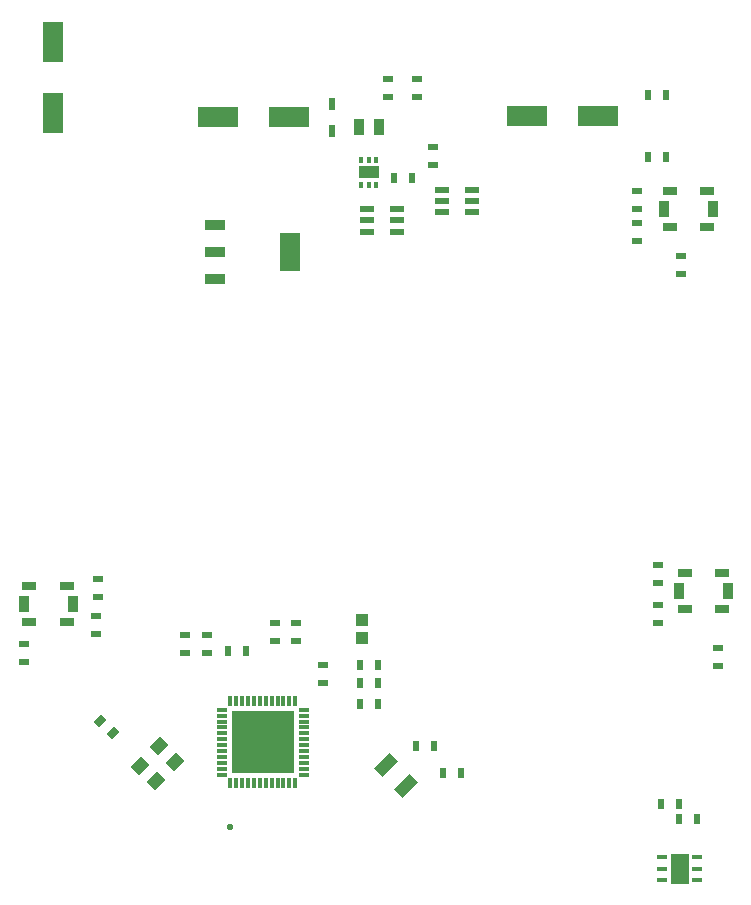
<source format=gtp>
G04*
G04 #@! TF.GenerationSoftware,Altium Limited,Altium Designer,19.1.7 (138)*
G04*
G04 Layer_Color=8421504*
%FSLAX25Y25*%
%MOIN*%
G70*
G01*
G75*
%ADD18R,0.07087X0.13386*%
%ADD19R,0.04528X0.02953*%
%ADD20R,0.03740X0.05512*%
%ADD21R,0.03600X0.02400*%
%ADD22R,0.03937X0.03937*%
%ADD23R,0.03543X0.05709*%
%ADD24R,0.02400X0.03600*%
G04:AMPARAMS|DCode=25|XSize=70.87mil|YSize=39.37mil|CornerRadius=0mil|HoleSize=0mil|Usage=FLASHONLY|Rotation=225.000|XOffset=0mil|YOffset=0mil|HoleType=Round|Shape=Rectangle|*
%AMROTATEDRECTD25*
4,1,4,0.01114,0.03897,0.03897,0.01114,-0.01114,-0.03897,-0.03897,-0.01114,0.01114,0.03897,0.0*
%
%ADD25ROTATEDRECTD25*%

%ADD26R,0.04724X0.02362*%
%ADD27R,0.01378X0.02362*%
%ADD28R,0.06693X0.04331*%
%ADD29R,0.04921X0.02362*%
%ADD30R,0.01968X0.04134*%
%ADD31R,0.01181X0.03347*%
%ADD32R,0.03347X0.01181*%
%ADD33R,0.20669X0.20669*%
%ADD34R,0.13386X0.07087*%
G04:AMPARAMS|DCode=35|XSize=51.18mil|YSize=41.34mil|CornerRadius=0mil|HoleSize=0mil|Usage=FLASHONLY|Rotation=45.000|XOffset=0mil|YOffset=0mil|HoleType=Round|Shape=Rectangle|*
%AMROTATEDRECTD35*
4,1,4,-0.00348,-0.03271,-0.03271,-0.00348,0.00348,0.03271,0.03271,0.00348,-0.00348,-0.03271,0.0*
%
%ADD35ROTATEDRECTD35*%

%ADD36R,0.06890X0.03740*%
%ADD37R,0.06890X0.12598*%
%ADD38R,0.06299X0.09843*%
%ADD39R,0.03543X0.01772*%
G04:AMPARAMS|DCode=40|XSize=18.11mil|YSize=18.11mil|CornerRadius=4.53mil|HoleSize=0mil|Usage=FLASHONLY|Rotation=180.000|XOffset=0mil|YOffset=0mil|HoleType=Round|Shape=RoundedRectangle|*
%AMROUNDEDRECTD40*
21,1,0.01811,0.00906,0,0,180.0*
21,1,0.00906,0.01811,0,0,180.0*
1,1,0.00906,-0.00453,0.00453*
1,1,0.00906,0.00453,0.00453*
1,1,0.00906,0.00453,-0.00453*
1,1,0.00906,-0.00453,-0.00453*
%
%ADD40ROUNDEDRECTD40*%
G04:AMPARAMS|DCode=41|XSize=36mil|YSize=24mil|CornerRadius=0mil|HoleSize=0mil|Usage=FLASHONLY|Rotation=225.000|XOffset=0mil|YOffset=0mil|HoleType=Round|Shape=Rectangle|*
%AMROTATEDRECTD41*
4,1,4,0.00424,0.02121,0.02121,0.00424,-0.00424,-0.02121,-0.02121,-0.00424,0.00424,0.02121,0.0*
%
%ADD41ROTATEDRECTD41*%

D18*
X-106500Y85611D02*
D03*
Y61989D02*
D03*
D19*
X-101799Y-95796D02*
D03*
X-114201D02*
D03*
Y-107804D02*
D03*
X-101799D02*
D03*
X99199Y23796D02*
D03*
X111601D02*
D03*
Y35804D02*
D03*
X99199D02*
D03*
X104299Y-91396D02*
D03*
X116701D02*
D03*
Y-103404D02*
D03*
X104299D02*
D03*
D20*
X-99831Y-101800D02*
D03*
X-116169D02*
D03*
X97231Y29800D02*
D03*
X113569D02*
D03*
X118669Y-97400D02*
D03*
X102331D02*
D03*
D21*
X-116000Y-115200D02*
D03*
Y-121200D02*
D03*
X-91500Y-93500D02*
D03*
Y-99500D02*
D03*
X-91900Y-105900D02*
D03*
Y-111900D02*
D03*
X95400Y-94900D02*
D03*
Y-88900D02*
D03*
X14900Y73100D02*
D03*
Y67100D02*
D03*
X5400Y73100D02*
D03*
Y67100D02*
D03*
X88200Y29800D02*
D03*
Y35800D02*
D03*
X102900Y14300D02*
D03*
Y8300D02*
D03*
X88400Y19300D02*
D03*
Y25300D02*
D03*
X115400Y-116400D02*
D03*
Y-122400D02*
D03*
X95300Y-108100D02*
D03*
Y-102100D02*
D03*
X-25500Y-108000D02*
D03*
Y-114000D02*
D03*
X-62500Y-118000D02*
D03*
Y-112000D02*
D03*
X-16500Y-128000D02*
D03*
Y-122000D02*
D03*
X20400Y50600D02*
D03*
Y44600D02*
D03*
X-32500Y-114000D02*
D03*
Y-108000D02*
D03*
X-55000Y-118000D02*
D03*
Y-112000D02*
D03*
D22*
X-3500Y-112953D02*
D03*
Y-107047D02*
D03*
D23*
X-4446Y57100D02*
D03*
X2246D02*
D03*
D24*
X91900Y47300D02*
D03*
X97900D02*
D03*
X102400Y-173400D02*
D03*
X108400D02*
D03*
X102400Y-168400D02*
D03*
X96400D02*
D03*
X-4000Y-122000D02*
D03*
X2000D02*
D03*
Y-128000D02*
D03*
X-4000D02*
D03*
X2000Y-135000D02*
D03*
X-4000D02*
D03*
X7400Y40100D02*
D03*
X13400D02*
D03*
X23500Y-158000D02*
D03*
X29500D02*
D03*
X14500Y-149000D02*
D03*
X20500D02*
D03*
X91900Y67800D02*
D03*
X97900D02*
D03*
X-48000Y-117500D02*
D03*
X-42000D02*
D03*
D25*
X11480Y-162480D02*
D03*
X4520Y-155520D02*
D03*
D26*
X8321Y29840D02*
D03*
Y26100D02*
D03*
Y22360D02*
D03*
X-1521D02*
D03*
Y26100D02*
D03*
Y29840D02*
D03*
D27*
X1459Y46234D02*
D03*
X-1100D02*
D03*
X-3659D02*
D03*
Y37966D02*
D03*
X-1100D02*
D03*
X1459D02*
D03*
D28*
X-1100Y42100D02*
D03*
D29*
X23479Y28860D02*
D03*
Y32600D02*
D03*
Y36340D02*
D03*
X33321D02*
D03*
Y32600D02*
D03*
Y28860D02*
D03*
D30*
X-13200Y64880D02*
D03*
Y55920D02*
D03*
D31*
X-47244Y-161417D02*
D03*
X-45276D02*
D03*
X-43307D02*
D03*
X-41339D02*
D03*
X-39370D02*
D03*
X-37402D02*
D03*
X-35433D02*
D03*
X-33465D02*
D03*
X-31496D02*
D03*
X-29528D02*
D03*
X-27559D02*
D03*
X-25591D02*
D03*
Y-134252D02*
D03*
X-27559D02*
D03*
X-29528D02*
D03*
X-31496D02*
D03*
X-33465D02*
D03*
X-35433D02*
D03*
X-37402D02*
D03*
X-39370D02*
D03*
X-41339D02*
D03*
X-43307D02*
D03*
X-45276D02*
D03*
X-47244D02*
D03*
D32*
X-22835Y-158661D02*
D03*
Y-156693D02*
D03*
Y-154724D02*
D03*
Y-152756D02*
D03*
Y-150787D02*
D03*
Y-148819D02*
D03*
Y-146850D02*
D03*
Y-144882D02*
D03*
Y-142913D02*
D03*
Y-140945D02*
D03*
Y-138976D02*
D03*
Y-137008D02*
D03*
X-50000D02*
D03*
Y-138976D02*
D03*
Y-140945D02*
D03*
Y-142913D02*
D03*
Y-144882D02*
D03*
Y-146850D02*
D03*
Y-148819D02*
D03*
Y-150787D02*
D03*
Y-152756D02*
D03*
Y-154724D02*
D03*
Y-156693D02*
D03*
Y-158661D02*
D03*
D33*
X-36417Y-147835D02*
D03*
D34*
X51589Y60900D02*
D03*
X75211D02*
D03*
X-51411Y60700D02*
D03*
X-27789D02*
D03*
D35*
X-77277Y-155626D02*
D03*
X-70874Y-149223D02*
D03*
X-65724Y-154374D02*
D03*
X-72126Y-160777D02*
D03*
D36*
X-52302Y24555D02*
D03*
Y15500D02*
D03*
Y6445D02*
D03*
D37*
X-27498Y15500D02*
D03*
D38*
X102500Y-190000D02*
D03*
D39*
X108209Y-186063D02*
D03*
Y-190000D02*
D03*
Y-193937D02*
D03*
X96791D02*
D03*
Y-190000D02*
D03*
Y-186063D02*
D03*
D40*
X-47504Y-176083D02*
D03*
D41*
X-90521Y-140679D02*
D03*
X-86279Y-144921D02*
D03*
M02*

</source>
